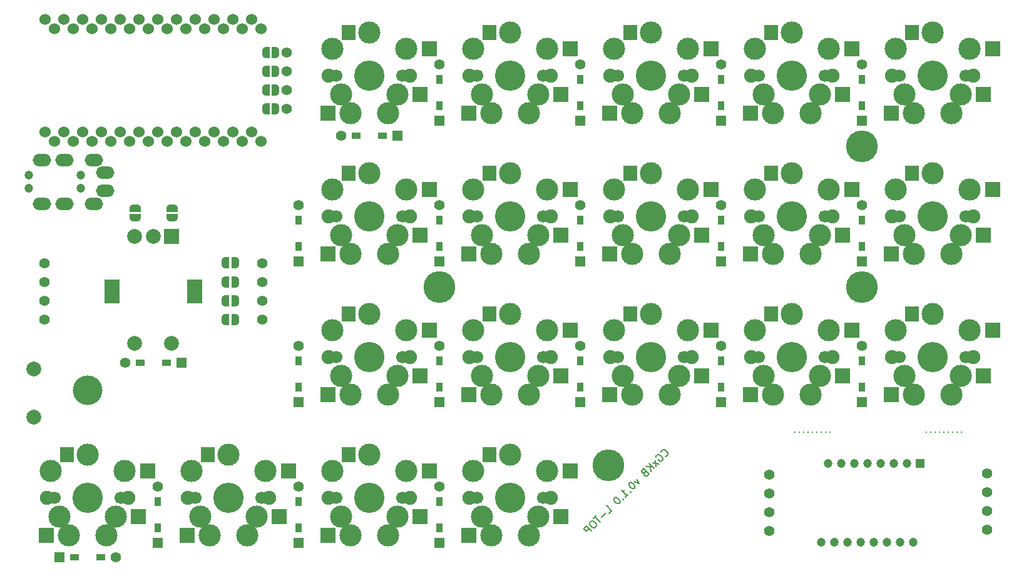
<source format=gbs>
G04 #@! TF.GenerationSoftware,KiCad,Pcbnew,(6.0.10)*
G04 #@! TF.CreationDate,2023-03-05T22:21:07-08:00*
G04 #@! TF.ProjectId,tsbym,74736279-6d2e-46b6-9963-61645f706362,rev?*
G04 #@! TF.SameCoordinates,Original*
G04 #@! TF.FileFunction,Soldermask,Bot*
G04 #@! TF.FilePolarity,Negative*
%FSLAX46Y46*%
G04 Gerber Fmt 4.6, Leading zero omitted, Abs format (unit mm)*
G04 Created by KiCad (PCBNEW (6.0.10)) date 2023-03-05 22:21:07*
%MOMM*%
%LPD*%
G01*
G04 APERTURE LIST*
G04 Aperture macros list*
%AMFreePoly0*
4,1,22,0.500000,-0.750000,0.000000,-0.750000,0.000000,-0.745033,-0.079941,-0.743568,-0.215256,-0.701293,-0.333266,-0.622738,-0.424486,-0.514219,-0.481581,-0.384460,-0.499164,-0.250000,-0.500000,-0.250000,-0.500000,0.250000,-0.499164,0.250000,-0.499963,0.256109,-0.478152,0.396186,-0.417904,0.524511,-0.324060,0.630769,-0.204165,0.706417,-0.067858,0.745374,0.000000,0.744959,0.000000,0.750000,
0.500000,0.750000,0.500000,-0.750000,0.500000,-0.750000,$1*%
%AMFreePoly1*
4,1,20,0.000000,0.744959,0.073905,0.744508,0.209726,0.703889,0.328688,0.626782,0.421226,0.519385,0.479903,0.390333,0.500000,0.250000,0.500000,-0.250000,0.499851,-0.262216,0.476331,-0.402017,0.414519,-0.529596,0.319384,-0.634700,0.198574,-0.708877,0.061801,-0.746166,0.000000,-0.745033,0.000000,-0.750000,-0.500000,-0.750000,-0.500000,0.750000,0.000000,0.750000,0.000000,0.744959,
0.000000,0.744959,$1*%
G04 Aperture macros list end*
%ADD10C,0.150000*%
%ADD11R,0.950000X1.300000*%
%ADD12R,1.397000X1.397000*%
%ADD13C,1.397000*%
%ADD14C,4.100000*%
%ADD15C,3.000000*%
%ADD16C,1.700000*%
%ADD17C,1.900000*%
%ADD18R,2.000000X2.000000*%
%ADD19R,1.900000X2.000000*%
%ADD20C,2.000000*%
%ADD21R,2.000000X3.200000*%
%ADD22R,1.300000X0.950000*%
%ADD23C,1.524000*%
%ADD24R,1.200000X1.200000*%
%ADD25C,1.200000*%
%ADD26C,4.300000*%
%ADD27C,0.300000*%
%ADD28O,2.500000X1.700000*%
%ADD29C,0.500000*%
%ADD30C,4.000000*%
%ADD31FreePoly0,180.000000*%
%ADD32FreePoly1,180.000000*%
%ADD33FreePoly0,90.000000*%
%ADD34FreePoly1,90.000000*%
G04 APERTURE END LIST*
D10*
X130220793Y-107393283D02*
X130288136Y-107393283D01*
X130422823Y-107325939D01*
X130490167Y-107258596D01*
X130557510Y-107123909D01*
X130557510Y-106989222D01*
X130523838Y-106888206D01*
X130422823Y-106719848D01*
X130321808Y-106618832D01*
X130153449Y-106517817D01*
X130052434Y-106484145D01*
X129917747Y-106484145D01*
X129783060Y-106551489D01*
X129715716Y-106618832D01*
X129648373Y-106753519D01*
X129648373Y-106820863D01*
X128941266Y-107460626D02*
X128974938Y-107359611D01*
X129075953Y-107258596D01*
X129210640Y-107191252D01*
X129345327Y-107191252D01*
X129446342Y-107224924D01*
X129614701Y-107325939D01*
X129715716Y-107426954D01*
X129816732Y-107595313D01*
X129850403Y-107696328D01*
X129850403Y-107831015D01*
X129783060Y-107965702D01*
X129715716Y-108033046D01*
X129581029Y-108100389D01*
X129513686Y-108100389D01*
X129277984Y-107864687D01*
X129412671Y-107730000D01*
X129345327Y-108403435D02*
X128503533Y-108302420D01*
X128873923Y-107932031D02*
X128974938Y-108773824D01*
X128705564Y-109043198D02*
X127998457Y-108336092D01*
X128301503Y-109447259D02*
X128200488Y-108740153D01*
X127594396Y-108740153D02*
X128402518Y-108740153D01*
X127392366Y-109615618D02*
X127325022Y-109750305D01*
X127325022Y-109817649D01*
X127358694Y-109918664D01*
X127459709Y-110019679D01*
X127560724Y-110053351D01*
X127628068Y-110053351D01*
X127729083Y-110019679D01*
X127998457Y-109750305D01*
X127291350Y-109043198D01*
X127055648Y-109278901D01*
X127021976Y-109379916D01*
X127021976Y-109447259D01*
X127055648Y-109548275D01*
X127122992Y-109615618D01*
X127224007Y-109649290D01*
X127291350Y-109649290D01*
X127392366Y-109615618D01*
X127628068Y-109379916D01*
X126348541Y-110457412D02*
X126651587Y-111097175D01*
X126011824Y-110794129D01*
X125372061Y-110962488D02*
X125304717Y-111029832D01*
X125271045Y-111130847D01*
X125271045Y-111198190D01*
X125304717Y-111299206D01*
X125405732Y-111467564D01*
X125574091Y-111635923D01*
X125742450Y-111736938D01*
X125843465Y-111770610D01*
X125910809Y-111770610D01*
X126011824Y-111736938D01*
X126079167Y-111669595D01*
X126112839Y-111568580D01*
X126112839Y-111501236D01*
X126079167Y-111400221D01*
X125978152Y-111231862D01*
X125809793Y-111063503D01*
X125641435Y-110962488D01*
X125540419Y-110928816D01*
X125473076Y-110928816D01*
X125372061Y-110962488D01*
X125473076Y-112141000D02*
X125473076Y-112208343D01*
X125540419Y-112208343D01*
X125540419Y-112141000D01*
X125473076Y-112141000D01*
X125540419Y-112208343D01*
X124833312Y-112915450D02*
X125237374Y-112511389D01*
X125035343Y-112713419D02*
X124328236Y-112006312D01*
X124496595Y-112039984D01*
X124631282Y-112039984D01*
X124732297Y-112006312D01*
X124462923Y-113151152D02*
X124462923Y-113218496D01*
X124530267Y-113218496D01*
X124530267Y-113151152D01*
X124462923Y-113151152D01*
X124530267Y-113218496D01*
X123351755Y-112982793D02*
X123284412Y-113050137D01*
X123250740Y-113151152D01*
X123250740Y-113218496D01*
X123284412Y-113319511D01*
X123385427Y-113487870D01*
X123553786Y-113656228D01*
X123722145Y-113757244D01*
X123823160Y-113790915D01*
X123890503Y-113790915D01*
X123991519Y-113757244D01*
X124058862Y-113689900D01*
X124092534Y-113588885D01*
X124092534Y-113521541D01*
X124058862Y-113420526D01*
X123957847Y-113252167D01*
X123789488Y-113083809D01*
X123621129Y-112982793D01*
X123520114Y-112949122D01*
X123452771Y-112949122D01*
X123351755Y-112982793D01*
X122644649Y-115104114D02*
X122981366Y-114767396D01*
X122274259Y-114060289D01*
X122139572Y-115070442D02*
X121600824Y-115609190D01*
X120927389Y-115407159D02*
X120523328Y-115811220D01*
X121432466Y-116316297D02*
X120725359Y-115609190D01*
X120152939Y-116181610D02*
X120018252Y-116316297D01*
X119984580Y-116417312D01*
X119984580Y-116551999D01*
X120085596Y-116720358D01*
X120321298Y-116956060D01*
X120489657Y-117057075D01*
X120624344Y-117057075D01*
X120725359Y-117023403D01*
X120860046Y-116888716D01*
X120893718Y-116787701D01*
X120893718Y-116653014D01*
X120792702Y-116484655D01*
X120557000Y-116248953D01*
X120388641Y-116147938D01*
X120253954Y-116147938D01*
X120152939Y-116181610D01*
X120253954Y-117494808D02*
X119546848Y-116787701D01*
X119277473Y-117057075D01*
X119243802Y-117158090D01*
X119243802Y-117225434D01*
X119277473Y-117326449D01*
X119378489Y-117427464D01*
X119479504Y-117461136D01*
X119546848Y-117461136D01*
X119647863Y-117427464D01*
X119917237Y-117158090D01*
D11*
X137795000Y-59941000D03*
D12*
X137795000Y-61976000D03*
D11*
X137795000Y-56391000D03*
D13*
X137795000Y-54356000D03*
D11*
X80645000Y-98041000D03*
D12*
X80645000Y-100076000D03*
D13*
X80645000Y-92456000D03*
D11*
X80645000Y-94491000D03*
D13*
X78994000Y-60325000D03*
X78994000Y-57785000D03*
X78994000Y-55245000D03*
X78994000Y-52705000D03*
D11*
X156845000Y-78991000D03*
D12*
X156845000Y-81026000D03*
D13*
X156845000Y-73406000D03*
D11*
X156845000Y-75441000D03*
D13*
X75692000Y-88900000D03*
X75692000Y-86360000D03*
X75692000Y-83820000D03*
X75692000Y-81280000D03*
D14*
X166370000Y-93980000D03*
D15*
X168910000Y-99060000D03*
D16*
X171450000Y-93980000D03*
D15*
X171370000Y-90280000D03*
X162560000Y-96520000D03*
D17*
X160870000Y-93980000D03*
D15*
X170180000Y-96520000D03*
D17*
X171870000Y-93980000D03*
D16*
X161870000Y-93980000D03*
D15*
X161370000Y-90280000D03*
D16*
X170870000Y-93980000D03*
X161290000Y-93980000D03*
D15*
X163830000Y-99060000D03*
X166370000Y-88080000D03*
D18*
X174470000Y-90280000D03*
X173270000Y-96520000D03*
D19*
X163570000Y-88080000D03*
D18*
X160770000Y-99060000D03*
D16*
X151820000Y-55880000D03*
D15*
X149860000Y-60960000D03*
D17*
X152820000Y-55880000D03*
D15*
X144780000Y-60960000D03*
D16*
X142820000Y-55880000D03*
D15*
X151130000Y-58420000D03*
D16*
X142240000Y-55880000D03*
D15*
X142320000Y-52180000D03*
X143510000Y-58420000D03*
D14*
X147320000Y-55880000D03*
D15*
X152320000Y-52180000D03*
X147320000Y-49980000D03*
D17*
X141820000Y-55880000D03*
D16*
X152400000Y-55880000D03*
D18*
X155420000Y-52180000D03*
X154220000Y-58420000D03*
X141720000Y-60960000D03*
D19*
X144520000Y-49980000D03*
D16*
X123770000Y-55880000D03*
D15*
X130810000Y-60960000D03*
X133270000Y-52180000D03*
X123270000Y-52180000D03*
D16*
X123190000Y-55880000D03*
X132770000Y-55880000D03*
D17*
X133770000Y-55880000D03*
D16*
X133350000Y-55880000D03*
D15*
X124460000Y-58420000D03*
X125730000Y-60960000D03*
X128270000Y-49980000D03*
D14*
X128270000Y-55880000D03*
D15*
X132080000Y-58420000D03*
D17*
X122770000Y-55880000D03*
D18*
X136370000Y-52180000D03*
X135170000Y-58420000D03*
X122670000Y-60960000D03*
D19*
X125470000Y-49980000D03*
D18*
X63460000Y-77590000D03*
D20*
X58460000Y-77590000D03*
X60960000Y-77590000D03*
D21*
X66560000Y-85090000D03*
X55360000Y-85090000D03*
D20*
X58460000Y-92090000D03*
X63460000Y-92090000D03*
D11*
X99695000Y-117091000D03*
D12*
X99695000Y-119126000D03*
D11*
X99695000Y-113541000D03*
D13*
X99695000Y-111506000D03*
D22*
X50295000Y-121031000D03*
D12*
X48260000Y-121031000D03*
D13*
X55880000Y-121031000D03*
D22*
X53845000Y-121031000D03*
D23*
X46355000Y-48223600D03*
X47625000Y-64770000D03*
X50165000Y-64770000D03*
X48895000Y-48223600D03*
X51435000Y-48223600D03*
X52705000Y-64770000D03*
X55245000Y-64770000D03*
X53975000Y-48223600D03*
X56515000Y-48223600D03*
X57785000Y-64770000D03*
X59055000Y-48223600D03*
X60325000Y-64770000D03*
X61595000Y-48223600D03*
X62865000Y-64770000D03*
X65405000Y-64770000D03*
X64135000Y-48223600D03*
X66675000Y-48223600D03*
X67945000Y-64770000D03*
X70485000Y-64770000D03*
X69215000Y-48223600D03*
X73025000Y-64770000D03*
X71755000Y-48223600D03*
X75565000Y-64770000D03*
X74295000Y-48223600D03*
X75565000Y-49530000D03*
X74295000Y-63443600D03*
X73025000Y-49530000D03*
X71755000Y-63443600D03*
X69215000Y-63443600D03*
X70485000Y-49530000D03*
X67945000Y-49530000D03*
X66675000Y-63443600D03*
X64135000Y-63443600D03*
X65405000Y-49530000D03*
X62865000Y-49530000D03*
X61595000Y-63443600D03*
X60325000Y-49530000D03*
X59055000Y-63443600D03*
X57785000Y-49530000D03*
X56515000Y-63443600D03*
X53975000Y-63443600D03*
X55245000Y-49530000D03*
X52705000Y-49530000D03*
X51435000Y-63443600D03*
X50165000Y-49530000D03*
X48895000Y-63443600D03*
X46355000Y-63443600D03*
X47625000Y-49530000D03*
D13*
X144272000Y-109855000D03*
X144272000Y-112395000D03*
X144272000Y-114935000D03*
X144272000Y-117475000D03*
D15*
X90170000Y-107130000D03*
X92710000Y-118110000D03*
X95170000Y-109330000D03*
X93980000Y-115570000D03*
X86360000Y-115570000D03*
D14*
X90170000Y-113030000D03*
D17*
X84670000Y-113030000D03*
D16*
X95250000Y-113030000D03*
D15*
X87630000Y-118110000D03*
D16*
X85670000Y-113030000D03*
X85090000Y-113030000D03*
X94670000Y-113030000D03*
D17*
X95670000Y-113030000D03*
D15*
X85170000Y-109330000D03*
D18*
X98270000Y-109330000D03*
X97070000Y-115570000D03*
D19*
X87370000Y-107130000D03*
D18*
X84570000Y-118110000D03*
D12*
X99695000Y-81026000D03*
D11*
X99695000Y-78991000D03*
X99695000Y-75441000D03*
D13*
X99695000Y-73406000D03*
D16*
X132770000Y-93980000D03*
D14*
X128270000Y-93980000D03*
D17*
X133770000Y-93980000D03*
D16*
X123770000Y-93980000D03*
D15*
X124460000Y-96520000D03*
D16*
X133350000Y-93980000D03*
D15*
X132080000Y-96520000D03*
X133270000Y-90280000D03*
X123270000Y-90280000D03*
D17*
X122770000Y-93980000D03*
D16*
X123190000Y-93980000D03*
D15*
X130810000Y-99060000D03*
X128270000Y-88080000D03*
X125730000Y-99060000D03*
D18*
X135170000Y-96520000D03*
X136370000Y-90280000D03*
D19*
X125470000Y-88080000D03*
D18*
X122670000Y-99060000D03*
D15*
X48260000Y-115570000D03*
D16*
X46990000Y-113030000D03*
D15*
X54610000Y-118110000D03*
X57070000Y-109330000D03*
X49530000Y-118110000D03*
X47070000Y-109330000D03*
X55880000Y-115570000D03*
D16*
X57150000Y-113030000D03*
D15*
X52070000Y-107130000D03*
D16*
X56570000Y-113030000D03*
X47570000Y-113030000D03*
D17*
X46570000Y-113030000D03*
X57570000Y-113030000D03*
D14*
X52070000Y-113030000D03*
D18*
X60170000Y-109330000D03*
X58970000Y-115570000D03*
D19*
X49270000Y-107130000D03*
D18*
X46470000Y-118110000D03*
D12*
X99695000Y-100076000D03*
D11*
X99695000Y-98041000D03*
X99695000Y-94491000D03*
D13*
X99695000Y-92456000D03*
D24*
X164669000Y-108315000D03*
D25*
X162889000Y-108315000D03*
X161109000Y-108315000D03*
X159329000Y-108315000D03*
X157549000Y-108315000D03*
X155769000Y-108315000D03*
X153989000Y-108315000D03*
X152209000Y-108315000D03*
X151319000Y-119015000D03*
X153099000Y-119015000D03*
X154879000Y-119015000D03*
X156659000Y-119015000D03*
X158439000Y-119015000D03*
X160219000Y-119015000D03*
X161999000Y-119015000D03*
X163779000Y-119015000D03*
D11*
X118745000Y-59941000D03*
D12*
X118745000Y-61976000D03*
D11*
X118745000Y-56391000D03*
D13*
X118745000Y-54356000D03*
D26*
X156845000Y-84455000D03*
D15*
X168910000Y-80010000D03*
D16*
X161870000Y-74930000D03*
D15*
X162560000Y-77470000D03*
X161370000Y-71230000D03*
D17*
X160870000Y-74930000D03*
X171870000Y-74930000D03*
D15*
X163830000Y-80010000D03*
X166370000Y-69030000D03*
D14*
X166370000Y-74930000D03*
D15*
X170180000Y-77470000D03*
X171370000Y-71230000D03*
D16*
X171450000Y-74930000D03*
X161290000Y-74930000D03*
X170870000Y-74930000D03*
D18*
X173270000Y-77470000D03*
X174470000Y-71230000D03*
D19*
X163570000Y-69030000D03*
D18*
X160770000Y-80010000D03*
D12*
X93980000Y-64008000D03*
D22*
X91945000Y-64008000D03*
D13*
X86360000Y-64008000D03*
D22*
X88395000Y-64008000D03*
D16*
X133350000Y-74930000D03*
D17*
X122770000Y-74930000D03*
D15*
X130810000Y-80010000D03*
X123270000Y-71230000D03*
D16*
X123770000Y-74930000D03*
D15*
X124460000Y-77470000D03*
D17*
X133770000Y-74930000D03*
D16*
X132770000Y-74930000D03*
D15*
X125730000Y-80010000D03*
X132080000Y-77470000D03*
X128270000Y-69030000D03*
D14*
X128270000Y-74930000D03*
D15*
X133270000Y-71230000D03*
D16*
X123190000Y-74930000D03*
D18*
X135170000Y-77470000D03*
X136370000Y-71230000D03*
D19*
X125470000Y-69030000D03*
D18*
X122670000Y-80010000D03*
D27*
X170269000Y-104140000D03*
X166112750Y-104140000D03*
X165519000Y-104140000D03*
X166706500Y-104140000D03*
X167894000Y-104140000D03*
X167300250Y-104140000D03*
X168487750Y-104140000D03*
X169675250Y-104140000D03*
X169081500Y-104140000D03*
D25*
X44122000Y-71106000D03*
X51122000Y-71106000D03*
X51122000Y-69356000D03*
X44122000Y-69356000D03*
D28*
X54422000Y-69006000D03*
X54422000Y-71456000D03*
X45922000Y-73206000D03*
X45922000Y-67256000D03*
X48922000Y-73206000D03*
X48922000Y-67256000D03*
X52922000Y-73206000D03*
X52922000Y-67256000D03*
D12*
X118745000Y-81026000D03*
D11*
X118745000Y-78991000D03*
D13*
X118745000Y-73406000D03*
D11*
X118745000Y-75441000D03*
D15*
X113030000Y-77470000D03*
X105410000Y-77470000D03*
D17*
X114720000Y-74930000D03*
D15*
X106680000Y-80010000D03*
D17*
X103720000Y-74930000D03*
D15*
X111760000Y-80010000D03*
D16*
X113720000Y-74930000D03*
X104720000Y-74930000D03*
X114300000Y-74930000D03*
D14*
X109220000Y-74930000D03*
D15*
X104220000Y-71230000D03*
X114220000Y-71230000D03*
D16*
X104140000Y-74930000D03*
D15*
X109220000Y-69030000D03*
D18*
X117320000Y-71230000D03*
X116120000Y-77470000D03*
D19*
X106420000Y-69030000D03*
D18*
X103620000Y-80010000D03*
D12*
X99695000Y-61976000D03*
D11*
X99695000Y-59941000D03*
D13*
X99695000Y-54356000D03*
D11*
X99695000Y-56391000D03*
D12*
X80645000Y-81026000D03*
D11*
X80645000Y-78991000D03*
D13*
X80645000Y-73406000D03*
D11*
X80645000Y-75441000D03*
D20*
X44831000Y-102056000D03*
X44831000Y-95556000D03*
D11*
X137795000Y-78991000D03*
D12*
X137795000Y-81026000D03*
D11*
X137795000Y-75441000D03*
D13*
X137795000Y-73406000D03*
D11*
X118745000Y-98041000D03*
D12*
X118745000Y-100076000D03*
D11*
X118745000Y-94491000D03*
D13*
X118745000Y-92456000D03*
D11*
X156845000Y-98041000D03*
D12*
X156845000Y-100076000D03*
D11*
X156845000Y-94491000D03*
D13*
X156845000Y-92456000D03*
D29*
X51010000Y-99485000D03*
X50570000Y-98425000D03*
X52070000Y-96925000D03*
X53130000Y-99485000D03*
X51010000Y-97365000D03*
D30*
X52070000Y-98425000D03*
D29*
X52070000Y-99925000D03*
X53570000Y-98425000D03*
X53130000Y-97365000D03*
D16*
X95250000Y-55880000D03*
D17*
X95670000Y-55880000D03*
D16*
X94670000Y-55880000D03*
X85090000Y-55880000D03*
D15*
X90170000Y-49980000D03*
D16*
X85670000Y-55880000D03*
D15*
X93980000Y-58420000D03*
X85170000Y-52180000D03*
D14*
X90170000Y-55880000D03*
D17*
X84670000Y-55880000D03*
D15*
X92710000Y-60960000D03*
X86360000Y-58420000D03*
X87630000Y-60960000D03*
X95170000Y-52180000D03*
D18*
X97070000Y-58420000D03*
X98270000Y-52180000D03*
X84570000Y-60960000D03*
D19*
X87370000Y-49980000D03*
D13*
X173736000Y-117348000D03*
X173736000Y-114808000D03*
X173736000Y-112268000D03*
X173736000Y-109728000D03*
D16*
X95250000Y-93980000D03*
D15*
X87630000Y-99060000D03*
X92710000Y-99060000D03*
X95170000Y-90280000D03*
X85170000Y-90280000D03*
X90170000Y-88080000D03*
D16*
X85670000Y-93980000D03*
X85090000Y-93980000D03*
D14*
X90170000Y-93980000D03*
D17*
X95670000Y-93980000D03*
D16*
X94670000Y-93980000D03*
D17*
X84670000Y-93980000D03*
D15*
X86360000Y-96520000D03*
X93980000Y-96520000D03*
D18*
X97070000Y-96520000D03*
X98270000Y-90280000D03*
X84570000Y-99060000D03*
D19*
X87370000Y-88080000D03*
D26*
X156845000Y-65405000D03*
D11*
X156845000Y-59941000D03*
D12*
X156845000Y-61976000D03*
D11*
X156845000Y-56391000D03*
D13*
X156845000Y-54356000D03*
D16*
X113720000Y-113030000D03*
D15*
X105410000Y-115570000D03*
D17*
X114720000Y-113030000D03*
D16*
X104140000Y-113030000D03*
D15*
X113030000Y-115570000D03*
X109220000Y-107130000D03*
X104220000Y-109330000D03*
D17*
X103720000Y-113030000D03*
D15*
X106680000Y-118110000D03*
X114220000Y-109330000D03*
D14*
X109220000Y-113030000D03*
D16*
X104720000Y-113030000D03*
X114300000Y-113030000D03*
D15*
X111760000Y-118110000D03*
D18*
X117320000Y-109330000D03*
X116120000Y-115570000D03*
X103620000Y-118110000D03*
D19*
X106420000Y-107130000D03*
D16*
X75620000Y-113030000D03*
D14*
X71120000Y-113030000D03*
D16*
X66040000Y-113030000D03*
D15*
X71120000Y-107130000D03*
X73660000Y-118110000D03*
X67310000Y-115570000D03*
D16*
X76200000Y-113030000D03*
D15*
X76120000Y-109330000D03*
X74930000Y-115570000D03*
X68580000Y-118110000D03*
D16*
X66620000Y-113030000D03*
D17*
X76620000Y-113030000D03*
D15*
X66120000Y-109330000D03*
D17*
X65620000Y-113030000D03*
D18*
X79220000Y-109330000D03*
X78020000Y-115570000D03*
X65520000Y-118110000D03*
D19*
X68320000Y-107130000D03*
D13*
X46228000Y-81280000D03*
X46228000Y-83820000D03*
X46228000Y-86360000D03*
X46228000Y-88900000D03*
D16*
X95250000Y-74930000D03*
X85090000Y-74930000D03*
X94670000Y-74930000D03*
D15*
X95170000Y-71230000D03*
D17*
X84670000Y-74930000D03*
D15*
X92710000Y-80010000D03*
X86360000Y-77470000D03*
X90170000Y-69030000D03*
D17*
X95670000Y-74930000D03*
D15*
X85170000Y-71230000D03*
D16*
X85670000Y-74930000D03*
D15*
X87630000Y-80010000D03*
X93980000Y-77470000D03*
D14*
X90170000Y-74930000D03*
D18*
X98270000Y-71230000D03*
X97070000Y-77470000D03*
D19*
X87370000Y-69030000D03*
D18*
X84570000Y-80010000D03*
D22*
X62735000Y-94742000D03*
D12*
X64770000Y-94742000D03*
D22*
X59185000Y-94742000D03*
D13*
X57150000Y-94742000D03*
D14*
X166370000Y-55880000D03*
D17*
X160870000Y-55880000D03*
D15*
X161370000Y-52180000D03*
D17*
X171870000Y-55880000D03*
D15*
X163830000Y-60960000D03*
X170180000Y-58420000D03*
D16*
X170870000Y-55880000D03*
D15*
X168910000Y-60960000D03*
X171370000Y-52180000D03*
X162560000Y-58420000D03*
D16*
X171450000Y-55880000D03*
D15*
X166370000Y-49980000D03*
D16*
X161870000Y-55880000D03*
X161290000Y-55880000D03*
D18*
X174470000Y-52180000D03*
X173270000Y-58420000D03*
D19*
X163570000Y-49980000D03*
D18*
X160770000Y-60960000D03*
D12*
X61595000Y-119126000D03*
D11*
X61595000Y-117091000D03*
X61595000Y-113541000D03*
D13*
X61595000Y-111506000D03*
D12*
X137795000Y-100076000D03*
D11*
X137795000Y-98041000D03*
D13*
X137795000Y-92456000D03*
D11*
X137795000Y-94491000D03*
D17*
X103720000Y-55880000D03*
D15*
X109220000Y-49980000D03*
D16*
X114300000Y-55880000D03*
X104140000Y-55880000D03*
D15*
X106680000Y-60960000D03*
X114220000Y-52180000D03*
X111760000Y-60960000D03*
D16*
X113720000Y-55880000D03*
D15*
X104220000Y-52180000D03*
D16*
X104720000Y-55880000D03*
D15*
X113030000Y-58420000D03*
D17*
X114720000Y-55880000D03*
D15*
X105410000Y-58420000D03*
D14*
X109220000Y-55880000D03*
D18*
X117320000Y-52180000D03*
X116120000Y-58420000D03*
X103620000Y-60960000D03*
D19*
X106420000Y-49980000D03*
D17*
X103720000Y-93980000D03*
D16*
X104720000Y-93980000D03*
D15*
X106680000Y-99060000D03*
X105410000Y-96520000D03*
D14*
X109220000Y-93980000D03*
D16*
X113720000Y-93980000D03*
D15*
X109220000Y-88080000D03*
D17*
X114720000Y-93980000D03*
D16*
X114300000Y-93980000D03*
D15*
X114220000Y-90280000D03*
X104220000Y-90280000D03*
X113030000Y-96520000D03*
D16*
X104140000Y-93980000D03*
D15*
X111760000Y-99060000D03*
D18*
X116120000Y-96520000D03*
X117320000Y-90280000D03*
D19*
X106420000Y-88080000D03*
D18*
X103620000Y-99060000D03*
D26*
X99695000Y-84455000D03*
D27*
X149520250Y-104140000D03*
X148926500Y-104140000D03*
X152489000Y-104140000D03*
X147739000Y-104140000D03*
X151301500Y-104140000D03*
X148332750Y-104140000D03*
X151895250Y-104140000D03*
X150707750Y-104140000D03*
X150114000Y-104140000D03*
D12*
X80645000Y-119126000D03*
D11*
X80645000Y-117091000D03*
D13*
X80645000Y-111506000D03*
D11*
X80645000Y-113541000D03*
D15*
X143510000Y-77470000D03*
D17*
X141820000Y-74930000D03*
D15*
X149860000Y-80010000D03*
D16*
X151820000Y-74930000D03*
D15*
X144780000Y-80010000D03*
D16*
X152400000Y-74930000D03*
D15*
X152320000Y-71230000D03*
D17*
X152820000Y-74930000D03*
D15*
X142320000Y-71230000D03*
X147320000Y-69030000D03*
D14*
X147320000Y-74930000D03*
D16*
X142240000Y-74930000D03*
D15*
X151130000Y-77470000D03*
D16*
X142820000Y-74930000D03*
D18*
X155420000Y-71230000D03*
X154220000Y-77470000D03*
D19*
X144520000Y-69030000D03*
D18*
X141720000Y-80010000D03*
D26*
X122555000Y-108585000D03*
D15*
X152320000Y-90280000D03*
D16*
X151820000Y-93980000D03*
D15*
X149860000Y-99060000D03*
D17*
X152820000Y-93980000D03*
D15*
X142320000Y-90280000D03*
D16*
X142240000Y-93980000D03*
D15*
X151130000Y-96520000D03*
D14*
X147320000Y-93980000D03*
D15*
X143510000Y-96520000D03*
D17*
X141820000Y-93980000D03*
D15*
X147320000Y-88080000D03*
X144780000Y-99060000D03*
D16*
X152400000Y-93980000D03*
X142820000Y-93980000D03*
D18*
X154220000Y-96520000D03*
X155420000Y-90280000D03*
D19*
X144520000Y-88080000D03*
D18*
X141720000Y-99060000D03*
D31*
X72024000Y-81153000D03*
D32*
X70724000Y-81153000D03*
D31*
X72024000Y-88900000D03*
D32*
X70724000Y-88900000D03*
D31*
X72024000Y-83820000D03*
D32*
X70724000Y-83820000D03*
D31*
X77485000Y-52705000D03*
D32*
X76185000Y-52705000D03*
D33*
X63474600Y-75061600D03*
D34*
X63474600Y-73761600D03*
D33*
X58470800Y-75072000D03*
D34*
X58470800Y-73772000D03*
D31*
X77485000Y-60325000D03*
D32*
X76185000Y-60325000D03*
D31*
X77485000Y-55245000D03*
D32*
X76185000Y-55245000D03*
D31*
X77485000Y-57785000D03*
D32*
X76185000Y-57785000D03*
D31*
X72024000Y-86360000D03*
D32*
X70724000Y-86360000D03*
M02*

</source>
